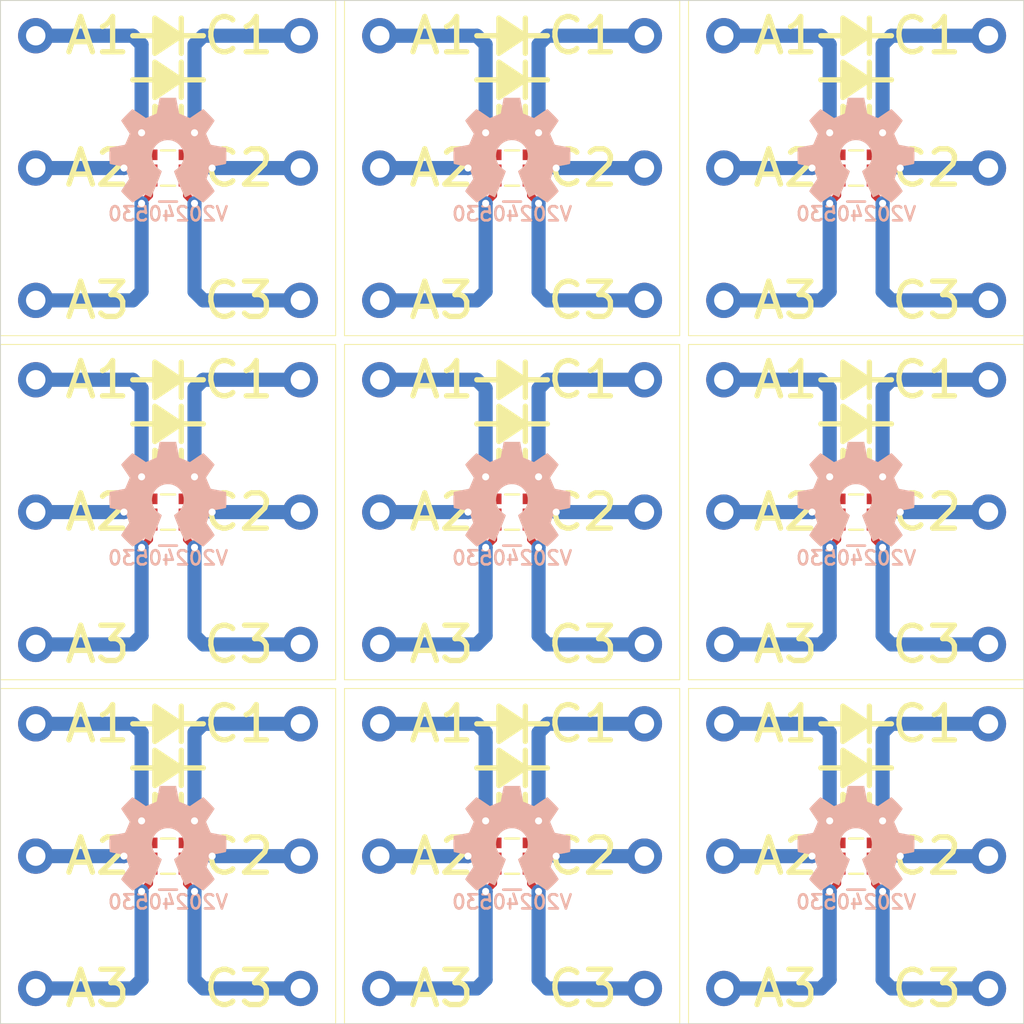
<source format=kicad_pcb>
(kicad_pcb (version 20221018) (generator pcbnew)
  (layers (0 "F.Cu" mixed) (31 "B.Cu" mixed) (34 "B.Paste" user) (35 "F.Paste" user) (36 "B.SilkS" user "B.Silkscreen") (37 "F.SilkS" user "F.Silkscreen") (38 "B.Mask" user) (39 "F.Mask" user) (44 "Edge.Cuts" user))
  (net 0 "")
  (net 1 "Net-(D1-A1)")
  (net 2 "Net-(D1-A2)")
  (net 3 "Net-(D1-A3)")
  (net 4 "Net-(D1-C3)")
  (net 5 "Net-(D1-C2)")
  (net 6 "Net-(D1-C1)")
  (footprint "mill-max:PC_pin_nail_head_6092" (layer "F.Cu") (at 52 133)
    (fp_text reference "J1")
    (fp_text value "A1")
  )
  (footprint "mill-max:PC_pin_nail_head_6092" (layer "F.Cu") (at 52 140.5)
    (fp_text reference "J2")
    (fp_text value "A2")
  )
  (footprint "mill-max:PC_pin_nail_head_6092" (layer "F.Cu") (at 52 148)
    (fp_text reference "J3")
    (fp_text value "A3")
  )
  (footprint "mill-max:PC_pin_nail_head_6092" (layer "F.Cu") (at 67 140.5)
    (fp_text reference "J5")
    (fp_text value "C2")
  )
  (footprint "mill-max:PC_pin_nail_head_6092" (layer "F.Cu") (at 67 133)
    (fp_text reference "J6")
    (fp_text value "C1")
  )
  (footprint "mill-max:PC_pin_nail_head_6092" (layer "F.Cu") (at 67 148)
    (fp_text reference "J4")
    (fp_text value "C3")
  )
  (footprint "SquantorIC:SOT363-NXP-hand" (layer "F.Cu") (at 79 101.5)
    (fp_text reference "D1" hide)
    (fp_text value "~" hide)
  )
  (footprint "SquantorIC:SOT363-NXP-hand" (layer "F.Cu") (at 98.5 101.5)
    (fp_text reference "D1" hide)
    (fp_text value "~" hide)
  )
  (footprint "mill-max:PC_pin_nail_head_6092" (layer "F.Cu") (at 86.5 133)
    (fp_text reference "J6")
    (fp_text value "C1")
  )
  (footprint "mill-max:PC_pin_nail_head_6092" (layer "F.Cu") (at 86.5 148)
    (fp_text reference "J4")
    (fp_text value "C3")
  )
  (footprint "mill-max:PC_pin_nail_head_6092" (layer "F.Cu") (at 91 121)
    (fp_text reference "J2")
    (fp_text value "A2")
  )
  (footprint "mill-max:PC_pin_nail_head_6092" (layer "F.Cu") (at 71.5 128.5)
    (fp_text reference "J3")
    (fp_text value "A3")
  )
  (footprint "SquantorIC:SOT363-NXP-hand" (layer "F.Cu") (at 59.5 140.5)
    (fp_text reference "D1" hide)
    (fp_text value "~" hide)
  )
  (footprint "mill-max:PC_pin_nail_head_6092" (layer "F.Cu") (at 71.5 121)
    (fp_text reference "J2")
    (fp_text value "A2")
  )
  (footprint "mill-max:PC_pin_nail_head_6092" (layer "F.Cu") (at 91 113.5)
    (fp_text reference "J1")
    (fp_text value "A1")
  )
  (footprint "mill-max:PC_pin_nail_head_6092" (layer "F.Cu") (at 106 133)
    (fp_text reference "J6")
    (fp_text value "C1")
  )
  (footprint "mill-max:PC_pin_nail_head_6092" (layer "F.Cu") (at 52 94)
    (fp_text reference "J1")
    (fp_text value "A1")
  )
  (footprint "mill-max:PC_pin_nail_head_6092" (layer "F.Cu") (at 106 109)
    (fp_text reference "J4")
    (fp_text value "C3")
  )
  (footprint "mill-max:PC_pin_nail_head_6092" (layer "F.Cu") (at 91 148)
    (fp_text reference "J3")
    (fp_text value "A3")
  )
  (footprint "mill-max:PC_pin_nail_head_6092" (layer "F.Cu") (at 67 121)
    (fp_text reference "J5")
    (fp_text value "C2")
  )
  (footprint "mill-max:PC_pin_nail_head_6092" (layer "F.Cu") (at 86.5 101.5)
    (fp_text reference "J5")
    (fp_text value "C2")
  )
  (footprint "mill-max:PC_pin_nail_head_6092" (layer "F.Cu") (at 52 128.5)
    (fp_text reference "J3")
    (fp_text value "A3")
  )
  (footprint "mill-max:PC_pin_nail_head_6092" (layer "F.Cu") (at 67 101.5)
    (fp_text reference "J5")
    (fp_text value "C2")
  )
  (footprint "SquantorIC:SOT363-NXP-hand" (layer "F.Cu") (at 79 121)
    (fp_text reference "D1" hide)
    (fp_text value "~" hide)
  )
  (footprint "mill-max:PC_pin_nail_head_6092" (layer "F.Cu") (at 106 121)
    (fp_text reference "J5")
    (fp_text value "C2")
  )
  (footprint "mill-max:PC_pin_nail_head_6092" (layer "F.Cu") (at 67 113.5)
    (fp_text reference "J6")
    (fp_text value "C1")
  )
  (footprint "mill-max:PC_pin_nail_head_6092" (layer "F.Cu") (at 71.5 94)
    (fp_text reference "J1")
    (fp_text value "A1")
  )
  (footprint "mill-max:PC_pin_nail_head_6092" (layer "F.Cu") (at 67 94)
    (fp_text reference "J6")
    (fp_text value "C1")
  )
  (footprint "mill-max:PC_pin_nail_head_6092" (layer "F.Cu") (at 52 101.5)
    (fp_text reference "J2")
    (fp_text value "A2")
  )
  (footprint "mill-max:PC_pin_nail_head_6092" (layer "F.Cu") (at 71.5 101.5)
    (fp_text reference "J2")
    (fp_text value "A2")
  )
  (footprint "mill-max:PC_pin_nail_head_6092" (layer "F.Cu") (at 86.5 121)
    (fp_text reference "J5")
    (fp_text value "C2")
  )
  (footprint "mill-max:PC_pin_nail_head_6092" (layer "F.Cu") (at 71.5 140.5)
    (fp_text reference "J2")
    (fp_text value "A2")
  )
  (footprint "mill-max:PC_pin_nail_head_6092" (layer "F.Cu") (at 52 113.5)
    (fp_text reference "J1")
    (fp_text value "A1")
  )
  (footprint "mill-max:PC_pin_nail_head_6092" (layer "F.Cu") (at 106 113.5)
    (fp_text reference "J6")
    (fp_text value "C1")
  )
  (footprint "mill-max:PC_pin_nail_head_6092" (layer "F.Cu") (at 91 101.5)
    (fp_text reference "J2")
    (fp_text value "A2")
  )
  (footprint "mill-max:PC_pin_nail_head_6092" (layer "F.Cu") (at 106 140.5)
    (fp_text reference "J5")
    (fp_text value "C2")
  )
  (footprint "mill-max:PC_pin_nail_head_6092" (layer "F.Cu") (at 106 101.5)
    (fp_text reference "J5")
    (fp_text value "C2")
  )
  (footprint "mill-max:PC_pin_nail_head_6092" (layer "F.Cu") (at 52 121)
    (fp_text reference "J2")
    (fp_text value "A2")
  )
  (footprint "mill-max:PC_pin_nail_head_6092" (layer "F.Cu") (at 91 133)
    (fp_text reference "J1")
    (fp_text value "A1")
  )
  (footprint "mill-max:PC_pin_nail_head_6092" (layer "F.Cu") (at 67 109)
    (fp_text reference "J4")
    (fp_text value "C3")
  )
  (footprint "mill-max:PC_pin_nail_head_6092" (layer "F.Cu") (at 71.5 133)
    (fp_text reference "J1")
    (fp_text value "A1")
  )
  (footprint "mill-max:PC_pin_nail_head_6092" (layer "F.Cu") (at 86.5 113.5)
    (fp_text reference "J6")
    (fp_text value "C1")
  )
  (footprint "SquantorIC:SOT363-NXP-hand" (layer "F.Cu") (at 59.5 121)
    (fp_text reference "D1" hide)
    (fp_text value "~" hide)
  )
  (footprint "mill-max:PC_pin_nail_head_6092" (layer "F.Cu") (at 71.5 109)
    (fp_text reference "J3")
    (fp_text value "A3")
  )
  (footprint "mill-max:PC_pin_nail_head_6092" (layer "F.Cu") (at 106 128.5)
    (fp_text reference "J4")
    (fp_text value "C3")
  )
  (footprint "mill-max:PC_pin_nail_head_6092" (layer "F.Cu") (at 106 94)
    (fp_text reference "J6")
    (fp_text value "C1")
  )
  (footprint "mill-max:PC_pin_nail_head_6092" (layer "F.Cu") (at 67 128.5)
    (fp_text reference "J4")
    (fp_text value "C3")
  )
  (footprint "mill-max:PC_pin_nail_head_6092" (layer "F.Cu") (at 106 148)
    (fp_text reference "J4")
    (fp_text value "C3")
  )
  (footprint "mill-max:PC_pin_nail_head_6092" (layer "F.Cu") (at 91 140.5)
    (fp_text reference "J2")
    (fp_text value "A2")
  )
  (footprint "mill-max:PC_pin_nail_head_6092" (layer "F.Cu") (at 91 109)
    (fp_text reference "J3")
    (fp_text value "A3")
  )
  (footprint "SquantorIC:SOT363-NXP-hand" (layer "F.Cu") (at 59.5 101.5)
    (fp_text reference "D1" hide)
    (fp_text value "~" hide)
  )
  (footprint "mill-max:PC_pin_nail_head_6092" (layer "F.Cu") (at 71.5 148)
    (fp_text reference "J3")
    (fp_text value "A3")
  )
  (footprint "SquantorIC:SOT363-NXP-hand" (layer "F.Cu") (at 79 140.5)
    (fp_text reference "D1" hide)
    (fp_text value "~" hide)
  )
  (footprint "mill-max:PC_pin_nail_head_6092" (layer "F.Cu") (at 71.5 113.5)
    (fp_text reference "J1")
    (fp_text value "A1")
  )
  (footprint "mill-max:PC_pin_nail_head_6092" (layer "F.Cu") (at 86.5 94)
    (fp_text reference "J6")
    (fp_text value "C1")
  )
  (footprint "mill-max:PC_pin_nail_head_6092" (layer "F.Cu") (at 86.5 109)
    (fp_text reference "J4")
    (fp_text value "C3")
  )
  (footprint "mill-max:PC_pin_nail_head_6092" (layer "F.Cu") (at 86.5 128.5)
    (fp_text reference "J4")
    (fp_text value "C3")
  )
  (footprint "mill-max:PC_pin_nail_head_6092" (layer "F.Cu") (at 52 109)
    (fp_text reference "J3")
    (fp_text value "A3")
  )
  (footprint "mill-max:PC_pin_nail_head_6092" (layer "F.Cu") (at 91 128.5)
    (fp_text reference "J3")
    (fp_text value "A3")
  )
  (footprint "mill-max:PC_pin_nail_head_6092" (layer "F.Cu") (at 91 94)
    (fp_text reference "J1")
    (fp_text value "A1")
  )
  (footprint "mill-max:PC_pin_nail_head_6092" (layer "F.Cu") (at 86.5 140.5)
    (fp_text reference "J5")
    (fp_text value "C2")
  )
  (footprint "SquantorIC:SOT363-NXP-hand" (layer "F.Cu") (at 98.5 140.5)
    (fp_text reference "D1" hide)
    (fp_text value "~" hide)
  )
  (footprint "SquantorIC:SOT363-NXP-hand" (layer "F.Cu") (at 98.5 121)
    (fp_text reference "D1" hide)
    (fp_text value "~" hide)
  )
  (footprint "Symbol:OSHW-Symbol_6.7x6mm_SilkScreen" (layer "B.Cu") (at 59.5 139.5 180)
    (fp_text reference "N2" hide)
    (fp_text value "OHWLOGO" hide)
  )
  (footprint "SquantorLabels:Label_Generic" (layer "B.Cu") (at 59.5 143)
    (fp_text reference "N1" hide)
    (fp_text value "V20240530")
  )
  (footprint "Symbol:OSHW-Symbol_6.7x6mm_SilkScreen" (layer "B.Cu") (at 98.5 100.5 180)
    (fp_text reference "N2" hide)
    (fp_text value "OHWLOGO" hide)
  )
  (footprint "Symbol:OSHW-Symbol_6.7x6mm_SilkScreen" (layer "B.Cu") (at 59.5 100.5 180)
    (fp_text reference "N2" hide)
    (fp_text value "OHWLOGO" hide)
  )
  (footprint "Symbol:OSHW-Symbol_6.7x6mm_SilkScreen" (layer "B.Cu") (at 98.5 120 180)
    (fp_text reference "N2" hide)
    (fp_text value "OHWLOGO" hide)
  )
  (footprint "SquantorLabels:Label_Generic" (layer "B.Cu") (at 59.5 123.5)
    (fp_text reference "N1" hide)
    (fp_text value "V20240530")
  )
  (footprint "Symbol:OSHW-Symbol_6.7x6mm_SilkScreen" (layer "B.Cu") (at 59.5 120 180)
    (fp_text reference "N2" hide)
    (fp_text value "OHWLOGO" hide)
  )
  (footprint "SquantorLabels:Label_Generic" (layer "B.Cu") (at 79 123.5)
    (fp_text reference "N1" hide)
    (fp_text value "V20240530")
  )
  (footprint "SquantorLabels:Label_Generic" (layer "B.Cu") (at 98.5 123.5)
    (fp_text reference "N1" hide)
    (fp_text value "V20240530")
  )
  (footprint "Symbol:OSHW-Symbol_6.7x6mm_SilkScreen" (layer "B.Cu") (at 79 120 180)
    (fp_text reference "N2" hide)
    (fp_text value "OHWLOGO" hide)
  )
  (footprint "SquantorLabels:Label_Generic" (layer "B.Cu") (at 59.5 104)
    (fp_text reference "N1" hide)
    (fp_text value "V20240530")
  )
  (footprint "Symbol:OSHW-Symbol_6.7x6mm_SilkScreen" (layer "B.Cu") (at 79 100.5 180)
    (fp_text reference "N2" hide)
    (fp_text value "OHWLOGO" hide)
  )
  (footprint "Symbol:OSHW-Symbol_6.7x6mm_SilkScreen" (layer "B.Cu") (at 98.5 139.5 180)
    (fp_text reference "N2" hide)
    (fp_text value "OHWLOGO" hide)
  )
  (footprint "SquantorLabels:Label_Generic" (layer "B.Cu") (at 79 104)
    (fp_text reference "N1" hide)
    (fp_text value "V20240530")
  )
  (footprint "SquantorLabels:Label_Generic" (layer "B.Cu") (at 98.5 104)
    (fp_text reference "N1" hide)
    (fp_text value "V20240530")
  )
  (footprint "SquantorLabels:Label_Generic" (layer "B.Cu") (at 98.5 143)
    (fp_text reference "N1" hide)
    (fp_text value "V20240530")
  )
  (footprint "SquantorLabels:Label_Generic" (layer "B.Cu") (at 79 143)
    (fp_text reference "N1" hide)
    (fp_text value "V20240530")
  )
  (footprint "Symbol:OSHW-Symbol_6.7x6mm_SilkScreen" (layer "B.Cu") (at 79 139.5 180)
    (fp_text reference "N2" hide)
    (fp_text value "OHWLOGO" hide)
  )
  (gr_line (start 50 150) (end 69 150) (stroke (width 0.05)) (layer "F.SilkS"))
  (gr_line (start 69 131) (end 69 150) (stroke (width 0.05)) (layer "F.SilkS"))
  (gr_line (start 69 131) (end 50 131) (stroke (width 0.05)) (layer "F.SilkS"))
  (gr_line (start 88.5 111.5) (end 88.5 130.5) (stroke (width 0.05)) (layer "F.SilkS"))
  (gr_poly (pts (xy 79.75 113.5) (xy 78.25 112.5) (xy 78.25 114.5)) (stroke (width 0.3)) (fill solid) (layer "F.SilkS"))
  (gr_poly (pts (xy 79.75 94) (xy 78.25 93) (xy 78.25 95)) (stroke (width 0.3)) (fill solid) (layer "F.SilkS"))
  (gr_poly (pts (xy 99.25 138) (xy 97.75 137) (xy 97.75 139)) (stroke (width 0.3)) (fill solid) (layer "F.SilkS"))
  (gr_line (start 79.75 137) (end 79.75 139) (stroke (width 0.3)) (layer "F.SilkS"))
  (gr_poly (pts (xy 99.25 118.5) (xy 97.75 117.5) (xy 97.75 119.5)) (stroke (width 0.3)) (fill solid) (layer "F.SilkS"))
  (gr_line (start 99.25 98) (end 99.25 100) (stroke (width 0.3)) (layer "F.SilkS"))
  (gr_line (start 77 113.5) (end 81 113.5) (stroke (width 0.3)) (layer "F.SilkS"))
  (gr_line (start 96.5 113.5) (end 100.5 113.5) (stroke (width 0.3)) (layer "F.SilkS"))
  (gr_poly (pts (xy 79.75 118.5) (xy 78.25 117.5) (xy 78.25 119.5)) (stroke (width 0.3)) (fill solid) (layer "F.SilkS"))
  (gr_line (start 79.75 93) (end 79.75 95) (stroke (width 0.3)) (layer "F.SilkS"))
  (gr_line (start 57.5 99) (end 61.5 99) (stroke (width 0.3)) (layer "F.SilkS"))
  (gr_line (start 89 130.5) (end 108 130.5) (stroke (width 0.05)) (layer "F.SilkS"))
  (gr_line (start 69.5 111) (end 88.5 111) (stroke (width 0.05)) (layer "F.SilkS"))
  (gr_line (start 79.75 117.5) (end 79.75 119.5) (stroke (width 0.3)) (layer "F.SilkS"))
  (gr_poly (pts (xy 79.75 96.5) (xy 78.25 95.5) (xy 78.25 97.5)) (stroke (width 0.3)) (fill solid) (layer "F.SilkS"))
  (gr_line (start 99.25 95.5) (end 99.25 97.5) (stroke (width 0.3)) (layer "F.SilkS"))
  (gr_line (start 89 150) (end 89 131) (stroke (width 0.05)) (layer "F.SilkS"))
  (gr_line (start 99.25 132) (end 99.25 134) (stroke (width 0.3)) (layer "F.SilkS"))
  (gr_line (start 89 111) (end 89 92) (stroke (width 0.05)) (layer "F.SilkS"))
  (gr_line (start 60.25 115) (end 60.25 117) (stroke (width 0.3)) (layer "F.SilkS"))
  (gr_poly (pts (xy 60.25 113.5) (xy 58.75 112.5) (xy 58.75 114.5)) (stroke (width 0.3)) (fill solid) (layer "F.SilkS"))
  (gr_line (start 57.5 94) (end 61.5 94) (stroke (width 0.3)) (layer "F.SilkS"))
  (gr_line (start 79.75 112.5) (end 79.75 114.5) (stroke (width 0.3)) (layer "F.SilkS"))
  (gr_line (start 60.25 93) (end 60.25 95) (stroke (width 0.3)) (layer "F.SilkS"))
  (gr_poly (pts (xy 79.75 99) (xy 78.25 98) (xy 78.25 100)) (stroke (width 0.3)) (fill solid) (layer "F.SilkS"))
  (gr_poly (pts (xy 60.25 99) (xy 58.75 98) (xy 58.75 100)) (stroke (width 0.3)) (fill solid) (layer "F.SilkS"))
  (gr_line (start 96.5 116) (end 100.5 116) (stroke (width 0.3)) (layer "F.SilkS"))
  (gr_line (start 88.5 92) (end 69.5 92) (stroke (width 0.05)) (layer "F.SilkS"))
  (gr_poly (pts (xy 60.25 94) (xy 58.75 93) (xy 58.75 95)) (stroke (width 0.3)) (fill solid) (layer "F.SilkS"))
  (gr_line (start 79.75 95.5) (end 79.75 97.5) (stroke (width 0.3)) (layer "F.SilkS"))
  (gr_line (start 69.5 150) (end 88.5 150) (stroke (width 0.05)) (layer "F.SilkS"))
  (gr_line (start 108 92) (end 108 111) (stroke (width 0.05)) (layer "F.SilkS"))
  (gr_line (start 69.5 130.5) (end 88.5 130.5) (stroke (width 0.05)) (layer "F.SilkS"))
  (gr_line (start 99.25 137) (end 99.25 139) (stroke (width 0.3)) (layer "F.SilkS"))
  (gr_line (start 108 111.5) (end 89 111.5) (stroke (width 0.05)) (layer "F.SilkS"))
  (gr_line (start 60.25 137) (end 60.25 139) (stroke (width 0.3)) (layer "F.SilkS"))
  (gr_poly (pts (xy 99.25 94) (xy 97.75 93) (xy 97.75 95)) (stroke (width 0.3)) (fill solid) (layer "F.SilkS"))
  (gr_line (start 96.5 99) (end 100.5 99) (stroke (width 0.3)) (layer "F.SilkS"))
  (gr_line (start 96.5 138) (end 100.5 138) (stroke (width 0.3)) (layer "F.SilkS"))
  (gr_line (start 50 150) (end 50 131) (stroke (width 0.05)) (layer "F.SilkS"))
  (gr_line (start 69.5 111) (end 69.5 92) (stroke (width 0.05)) (layer "F.SilkS"))
  (gr_line (start 96.5 96.5) (end 100.5 96.5) (stroke (width 0.3)) (layer "F.SilkS"))
  (gr_poly (pts (xy 79.75 116) (xy 78.25 115) (xy 78.25 117)) (stroke (width 0.3)) (fill solid) (layer "F.SilkS"))
  (gr_line (start 96.5 135.5) (end 100.5 135.5) (stroke (width 0.3)) (layer "F.SilkS"))
  (gr_line (start 50 130.5) (end 50 111.5) (stroke (width 0.05)) (layer "F.SilkS"))
  (gr_line (start 89 130.5) (end 89 111.5) (stroke (width 0.05)) (layer "F.SilkS"))
  (gr_line (start 50 111) (end 50 92) (stroke (width 0.05)) (layer "F.SilkS"))
  (gr_line (start 69 111.5) (end 50 111.5) (stroke (width 0.05)) (layer "F.SilkS"))
  (gr_line (start 79.75 115) (end 79.75 117) (stroke (width 0.3)) (layer "F.SilkS"))
  (gr_line (start 57.5 96.5) (end 61.5 96.5) (stroke (width 0.3)) (layer "F.SilkS"))
  (gr_line (start 77 133) (end 81 133) (stroke (width 0.3)) (layer "F.SilkS"))
  (gr_line (start 57.5 118.5) (end 61.5 118.5) (stroke (width 0.3)) (layer "F.SilkS"))
  (gr_line (start 57.5 133) (end 61.5 133) (stroke (width 0.3)) (layer "F.SilkS"))
  (gr_poly (pts (xy 99.25 135.5) (xy 97.75 134.5) (xy 97.75 136.5)) (stroke (width 0.3)) (fill solid) (layer "F.SilkS"))
  (gr_line (start 69.5 130.5) (end 69.5 111.5) (stroke (width 0.05)) (layer "F.SilkS"))
  (gr_poly (pts (xy 79.75 133) (xy 78.25 132) (xy 78.25 134)) (stroke (width 0.3)) (fill solid) (layer "F.SilkS"))
  (gr_line (start 99.25 117.5) (end 99.25 119.5) (stroke (width 0.3)) (layer "F.SilkS"))
  (gr_poly (pts (xy 79.75 138) (xy 78.25 137) (xy 78.25 139)) (stroke (width 0.3)) (fill solid) (layer "F.SilkS"))
  (gr_poly (pts (xy 99.25 113.5) (xy 97.75 112.5) (xy 97.75 114.5)) (stroke (width 0.3)) (fill solid) (layer "F.SilkS"))
  (gr_line (start 79.75 98) (end 79.75 100) (stroke (width 0.3)) (layer "F.SilkS"))
  (gr_poly (pts (xy 99.25 133) (xy 97.75 132) (xy 97.75 134)) (stroke (width 0.3)) (fill solid) (layer "F.SilkS"))
  (gr_line (start 96.5 118.5) (end 100.5 118.5) (stroke (width 0.3)) (layer "F.SilkS"))
  (gr_line (start 88.5 131) (end 69.5 131) (stroke (width 0.05)) (layer "F.SilkS"))
  (gr_line (start 89 150) (end 108 150) (stroke (width 0.05)) (layer "F.SilkS"))
  (gr_line (start 57.5 113.5) (end 61.5 113.5) (stroke (width 0.3)) (layer "F.SilkS"))
  (gr_poly (pts (xy 60.25 116) (xy 58.75 115) (xy 58.75 117)) (stroke (width 0.3)) (fill solid) (layer "F.SilkS"))
  (gr_line (start 77 118.5) (end 81 118.5) (stroke (width 0.3)) (layer "F.SilkS"))
  (gr_line (start 77 116) (end 81 116) (stroke (width 0.3)) (layer "F.SilkS"))
  (gr_poly (pts (xy 99.25 96.5) (xy 97.75 95.5) (xy 97.75 97.5)) (stroke (width 0.3)) (fill solid) (layer "F.SilkS"))
  (gr_line (start 60.25 112.5) (end 60.25 114.5) (stroke (width 0.3)) (layer "F.SilkS"))
  (gr_line (start 69.5 150) (end 69.5 131) (stroke (width 0.05)) (layer "F.SilkS"))
  (gr_poly (pts (xy 60.25 138) (xy 58.75 137) (xy 58.75 139)) (stroke (width 0.3)) (fill solid) (layer "F.SilkS"))
  (gr_poly (pts (xy 79.75 135.5) (xy 78.25 134.5) (xy 78.25 136.5)) (stroke (width 0.3)) (fill solid) (layer "F.SilkS"))
  (gr_line (start 57.5 138) (end 61.5 138) (stroke (width 0.3)) (layer "F.SilkS"))
  (gr_line (start 108 131) (end 89 131) (stroke (width 0.05)) (layer "F.SilkS"))
  (gr_poly (pts (xy 99.25 116) (xy 97.75 115) (xy 97.75 117)) (stroke (width 0.3)) (fill solid) (layer "F.SilkS"))
  (gr_line (start 99.25 134.5) (end 99.25 136.5) (stroke (width 0.3)) (layer "F.SilkS"))
  (gr_line (start 60.25 117.5) (end 60.25 119.5) (stroke (width 0.3)) (layer "F.SilkS"))
  (gr_line (start 77 94) (end 81 94) (stroke (width 0.3)) (layer "F.SilkS"))
  (gr_poly (pts (xy 60.25 135.5) (xy 58.75 134.5) (xy 58.75 136.5)) (stroke (width 0.3)) (fill solid) (layer "F.SilkS"))
  (gr_poly (pts (xy 60.25 118.5) (xy 58.75 117.5) (xy 58.75 119.5)) (stroke (width 0.3)) (fill solid) (layer "F.SilkS"))
  (gr_line (start 108 131) (end 108 150) (stroke (width 0.05)) (layer "F.SilkS"))
  (gr_line (start 57.5 135.5) (end 61.5 135.5) (stroke (width 0.3)) (layer "F.SilkS"))
  (gr_line (start 60.25 132) (end 60.25 134) (stroke (width 0.3)) (layer "F.SilkS"))
  (gr_line (start 77 138) (end 81 138) (stroke (width 0.3)) (layer "F.SilkS"))
  (gr_poly (pts (xy 60.25 133) (xy 58.75 132) (xy 58.75 134)) (stroke (width 0.3)) (fill solid) (layer "F.SilkS"))
  (gr_line (start 88.5 92) (end 88.5 111) (stroke (width 0.05)) (layer "F.SilkS"))
  (gr_line (start 50 111) (end 69 111) (stroke (width 0.05)) (layer "F.SilkS"))
  (gr_line (start 79.75 134.5) (end 79.75 136.5) (stroke (width 0.3)) (layer "F.SilkS"))
  (gr_line (start 108 111.5) (end 108 130.5) (stroke (width 0.05)) (layer "F.SilkS"))
  (gr_line (start 60.25 95.5) (end 60.25 97.5) (stroke (width 0.3)) (layer "F.SilkS"))
  (gr_line (start 50 130.5) (end 69 130.5) (stroke (width 0.05)) (layer "F.SilkS"))
  (gr_line (start 79.75 132) (end 79.75 134) (stroke (width 0.3)) (layer "F.SilkS"))
  (gr_poly (pts (xy 99.25 99) (xy 97.75 98) (xy 97.75 100)) (stroke (width 0.3)) (fill solid) (layer "F.SilkS"))
  (gr_line (start 89 111) (end 108 111) (stroke (width 0.05)) (layer "F.SilkS"))
  (gr_line (start 60.25 98) (end 60.25 100) (stroke (width 0.3)) (layer "F.SilkS"))
  (gr_line (start 69 92) (end 69 111) (stroke (width 0.05)) (layer "F.SilkS"))
  (gr_line (start 108 92) (end 89 92) (stroke (width 0.05)) (layer "F.SilkS"))
  (gr_line (start 57.5 116) (end 61.5 116) (stroke (width 0.3)) (layer "F.SilkS"))
  (gr_line (start 60.25 134.5) (end 60.25 136.5) (stroke (width 0.3)) (layer "F.SilkS"))
  (gr_line (start 69 92) (end 50 92) (stroke (width 0.05)) (layer "F.SilkS"))
  (gr_line (start 77 99) (end 81 99) (stroke (width 0.3)) (layer "F.SilkS"))
  (gr_poly (pts (xy 60.25 96.5) (xy 58.75 95.5) (xy 58.75 97.5)) (stroke (width 0.3)) (fill solid) (layer "F.SilkS"))
  (gr_line (start 69 111.5) (end 69 130.5) (stroke (width 0.05)) (layer "F.SilkS"))
  (gr_line (start 99.25 115) (end 99.25 117) (stroke (width 0.3)) (layer "F.SilkS"))
  (gr_line (start 77 135.5) (end 81 135.5) (stroke (width 0.3)) (layer "F.SilkS"))
  (gr_line (start 88.5 131) (end 88.5 150) (stroke (width 0.05)) (layer "F.SilkS"))
  (gr_line (start 88.5 111.5) (end 69.5 111.5) (stroke (width 0.05)) (layer "F.SilkS"))
  (gr_line (start 77 96.5) (end 81 96.5) (stroke (width 0.3)) (layer "F.SilkS"))
  (gr_line (start 96.5 133) (end 100.5 133) (stroke (width 0.3)) (layer "F.SilkS"))
  (gr_line (start 99.25 93) (end 99.25 95) (stroke (width 0.3)) (layer "F.SilkS"))
  (gr_line (start 99.25 112.5) (end 99.25 114.5) (stroke (width 0.3)) (layer "F.SilkS"))
  (gr_line (start 96.5 94) (end 100.5 94) (stroke (width 0.3)) (layer "F.SilkS"))
  (gr_line (start 108 150) (end 50 150) (stroke (width 0.05)) (layer "Edge.Cuts"))
  (gr_line (start 50 92) (end 108 92) (stroke (width 0.05)) (layer "Edge.Cuts"))
  (gr_line (start 108 92) (end 108 150) (stroke (width 0.05)) (layer "Edge.Cuts"))
  (gr_line (start 50 150) (end 50 92) (stroke (width 0.05)) (layer "Edge.Cuts"))
  (segment (start 97.45 139.75) (end 97.45 138.95) (width 0.4) (layer "F.Cu") (net 1))
  (segment (start 77.95 99.95) (end 77.5 99.5) (width 0.4) (layer "F.Cu") (net 1))
  (segment (start 77.95 138.95) (end 77.5 138.5) (width 0.4) (layer "F.Cu") (net 1))
  (segment (start 58.45 99.95) (end 58 99.5) (width 0.4) (layer "F.Cu") (net 1))
  (segment (start 97.45 120.25) (end 97.45 119.45) (width 0.4) (layer "F.Cu") (net 1))
  (segment (start 77.95 120.25) (end 77.95 119.45) (width 0.4) (layer "F.Cu") (net 1))
  (segment (start 58.45 100.75) (end 58.45 99.95) (width 0.4) (layer "F.Cu") (net 1))
  (segment (start 77.95 139.75) (end 77.95 138.95) (width 0.4) (layer "F.Cu") (net 1))
  (segment (start 77.95 119.45) (end 77.5 119) (width 0.4) (layer "F.Cu") (net 1))
  (segment (start 58.45 120.25) (end 58.45 119.45) (width 0.4) (layer "F.Cu") (net 1))
  (segment (start 58.45 138.95) (end 58 138.5) (width 0.4) (layer "F.Cu") (net 1))
  (segment (start 97.45 119.45) (end 97 119) (width 0.4) (layer "F.Cu") (net 1))
  (segment (start 97.45 100.75) (end 97.45 99.95) (width 0.4) (layer "F.Cu") (net 1))
  (segment (start 97.45 99.95) (end 97 99.5) (width 0.4) (layer "F.Cu") (net 1))
  (segment (start 77.95 100.75) (end 77.95 99.95) (width 0.4) (layer "F.Cu") (net 1))
  (segment (start 58.45 139.75) (end 58.45 138.95) (width 0.4) (layer "F.Cu") (net 1))
  (segment (start 97.45 138.95) (end 97 138.5) (width 0.4) (layer "F.Cu") (net 1))
  (segment (start 58.45 119.45) (end 58 119) (width 0.4) (layer "F.Cu") (net 1))
  (via (at 58 138.5) (size 0.8) (drill 0.4) (layers "F.Cu" "B.Cu") (net 1))
  (via (at 97 138.5) (size 0.8) (drill 0.4) (layers "F.Cu" "B.Cu") (net 1))
  (via (at 77.5 138.5) (size 0.8) (drill 0.4) (layers "F.Cu" "B.Cu") (net 1))
  (via (at 58 99.5) (size 0.8) (drill 0.4) (layers "F.Cu" "B.Cu") (net 1))
  (via (at 77.5 99.5) (size 0.8) (drill 0.4) (layers "F.Cu" "B.Cu") (net 1))
  (via (at 77.5 119) (size 0.8) (drill 0.4) (layers "F.Cu" "B.Cu") (net 1))
  (via (at 97 99.5) (size 0.8) (drill 0.4) (layers "F.Cu" "B.Cu") (net 1))
  (via (at 97 119) (size 0.8) (drill 0.4) (layers "F.Cu" "B.Cu") (net 1))
  (via (at 58 119) (size 0.8) (drill 0.4) (layers "F.Cu" "B.Cu") (net 1))
  (segment (start 71.5 133) (end 77 133) (width 0.8) (layer "B.Cu") (net 1))
  (segment (start 77.5 133.5) (end 77.5 138.5) (width 0.8) (layer "B.Cu") (net 1))
  (segment (start 58 114) (end 58 119) (width 0.8) (layer "B.Cu") (net 1))
  (segment (start 52 94) (end 57.5 94) (width 0.8) (layer "B.Cu") (net 1))
  (segment (start 52 133) (end 57.5 133) (width 0.8) (layer "B.Cu") (net 1))
  (segment (start 71.5 113.5) (end 77 113.5) (width 0.8) (layer "B.Cu") (net 1))
  (segment (start 57.5 94) (end 58 94.5) (width 0.8) (layer "B.Cu") (net 1))
  (segment (start 91 94) (end 96.5 94) (width 0.8) (layer "B.Cu") (net 1))
  (segment (start 91 133) (end 96.5 133) (width 0.8) (layer "B.Cu") (net 1))
  (segment (start 58 94.5) (end 58 99.5) (width 0.8) (layer "B.Cu") (net 1))
  (segment (start 77.5 114) (end 77.5 119) (width 0.8) (layer "B.Cu") (net 1))
  (segment (start 96.5 113.5) (end 97 114) (width 0.8) (layer "B.Cu") (net 1))
  (segment (start 97 133.5) (end 97 138.5) (width 0.8) (layer "B.Cu") (net 1))
  (segment (start 96.5 94) (end 97 94.5) (width 0.8) (layer "B.Cu") (net 1))
  (segment (start 97 114) (end 97 119) (width 0.8) (layer "B.Cu") (net 1))
  (segment (start 97 94.5) (end 97 99.5) (width 0.8) (layer "B.Cu") (net 1))
  (segment (start 57.5 133) (end 58 133.5) (width 0.8) (layer "B.Cu") (net 1))
  (segment (start 77 113.5) (end 77.5 114) (width 0.8) (layer "B.Cu") (net 1))
  (segment (start 91 113.5) (end 96.5 113.5) (width 0.8) (layer "B.Cu") (net 1))
  (segment (start 77 94) (end 77.5 94.5) (width 0.8) (layer "B.Cu") (net 1))
  (segment (start 58 133.5) (end 58 138.5) (width 0.8) (layer "B.Cu") (net 1))
  (segment (start 71.5 94) (end 77 94) (width 0.8) (layer "B.Cu") (net 1))
  (segment (start 52 113.5) (end 57.5 113.5) (width 0.8) (layer "B.Cu") (net 1))
  (segment (start 96.5 133) (end 97 133.5) (width 0.8) (layer "B.Cu") (net 1))
  (segment (start 57.5 113.5) (end 58 114) (width 0.8) (layer "B.Cu") (net 1))
  (segment (start 77 133) (end 77.5 133.5) (width 0.8) (layer "B.Cu") (net 1))
  (segment (start 77.5 94.5) (end 77.5 99.5) (width 0.8) (layer "B.Cu") (net 1))
  (segment (start 58.45 121) (end 57 121) (width 0.4) (layer "F.Cu") (net 2))
  (segment (start 97.45 121) (end 96 121) (width 0.4) (layer "F.Cu") (net 2))
  (segment (start 58.45 101.5) (end 57 101.5) (width 0.4) (layer "F.Cu") (net 2))
  (segment (start 77.95 101.5) (end 76.5 101.5) (width 0.4) (layer "F.Cu") (net 2))
  (segment (start 58.45 140.5) (end 57 140.5) (width 0.4) (layer "F.Cu") (net 2))
  (segment (start 77.95 140.5) (end 76.5 140.5) (width 0.4) (layer "F.Cu") (net 2))
  (segment (start 97.45 140.5) (end 96 140.5) (width 0.4) (layer "F.Cu") (net 2))
  (segment (start 97.45 101.5) (end 96 101.5) (width 0.4) (layer "F.Cu") (net 2))
  (segment (start 77.95 121) (end 76.5 121) (width 0.4) (layer "F.Cu") (net 2))
  (via (at 76.5 101.5) (size 0.8) (drill 0.4) (layers "F.Cu" "B.Cu") (net 2))
  (via (at 57 101.5) (size 0.8) (drill 0.4) (layers "F.Cu" "B.Cu") (net 2))
  (via (at 76.5 140.5) (size 0.8) (drill 0.4) (layers "F.Cu" "B.Cu") (net 2))
  (via (at 76.5 121) (size 0.8) (drill 0.4) (layers "F.Cu" "B.Cu") (net 2))
  (via (at 96 140.5) (size 0.8) (drill 0.4) (layers "F.Cu" "B.Cu") (net 2))
  (via (at 96 121) (size 0.8) (drill 0.4) (layers "F.Cu" "B.Cu") (net 2))
  (via (at 57 140.5) (size 0.8) (drill 0.4) (layers "F.Cu" "B.Cu") (net 2))
  (via (at 96 101.5) (size 0.8) (drill 0.4) (layers "F.Cu" "B.Cu") (net 2))
  (via (at 57 121) (size 0.8) (drill 0.4) (layers "F.Cu" "B.Cu") (net 2))
  (segment (start 91 101.5) (end 96 101.5) (width 0.8) (layer "B.Cu") (net 2))
  (segment (start 52 140.5) (end 57 140.5) (width 0.8) (layer "B.Cu") (net 2))
  (segment (start 71.5 121) (end 76.5 121) (width 0.8) (layer "B.Cu") (net 2))
  (segment (start 71.5 101.5) (end 76.5 101.5) (width 0.8) (layer "B.Cu") (net 2))
  (segment (start 91 140.5) (end 96 140.5) (width 0.8) (layer "B.Cu") (net 2))
  (segment (start 52 121) (end 57 121) (width 0.8) (layer "B.Cu") (net 2))
  (segment (start 71.5 140.5) (end 76.5 140.5) (width 0.8) (layer "B.Cu") (net 2))
  (segment (start 52 101.5) (end 57 101.5) (width 0.8) (layer "B.Cu") (net 2))
  (segment (start 91 121) (end 96 121) (width 0.8) (layer "B.Cu") (net 2))
  (segment (start 58.45 102.25) (end 58.45 103.05) (width 0.4) (layer "F.Cu") (net 3))
  (segment (start 58.45 142.05) (end 58 142.5) (width 0.4) (layer "F.Cu") (net 3))
  (segment (start 97.45 121.75) (end 97.45 122.55) (width 0.4) (layer "F.Cu") (net 3))
  (segment (start 58.45 122.55) (end 58 123) (width 0.4) (layer "F.Cu") (net 3))
  (segment (start 97.45 103.05) (end 97 103.5) (width 0.4) (layer "F.Cu") (net 3))
  (segment (start 77.95 103.05) (end 77.5 103.5) (width 0.4) (layer "F.Cu") (net 3))
  (segment (start 77.95 141.25) (end 77.95 142.05) (width 0.4) (layer "F.Cu") (net 3))
  (segment (start 97.45 142.05) (end 97 142.5) (width 0.4) (layer "F.Cu") (net 3))
  (segment (start 77.95 121.75) (end 77.95 122.55) (width 0.4) (layer "F.Cu") (net 3))
  (segment (start 58.45 141.25) (end 58.45 142.05) (width 0.4) (layer "F.Cu") (net 3))
  (segment (start 97.45 102.25) (end 97.45 103.05) (width 0.4) (layer "F.Cu") (net 3))
  (segment (start 77.95 142.05) (end 77.5 142.5) (width 0.4) (layer "F.Cu") (net 3))
  (segment (start 97.45 122.55) (end 97 123) (width 0.4) (layer "F.Cu") (net 3))
  (segment (start 77.95 102.25) (end 77.95 103.05) (width 0.4) (layer "F.Cu") (net 3))
  (segment (start 58.45 103.05) (end 58 103.5) (width 0.4) (layer "F.Cu") (net 3))
  (segment (start 58.45 121.75) (end 58.45 122.55) (width 0.4) (layer "F.Cu") (net 3))
  (segment (start 77.95 122.55) (end 77.5 123) (width 0.4) (layer "F.Cu") (net 3))
  (segment (start 97.45 141.25) (end 97.45 142.05) (width 0.4) (layer "F.Cu") (net 3))
  (via (at 97 103.5) (size 0.8) (drill 0.4) (layers "F.Cu" "B.Cu") (net 3))
  (via (at 97 123) (size 0.8) (drill 0.4) (layers "F.Cu" "B.Cu") (net 3))
  (via (at 77.5 103.5) (size 0.8) (drill 0.4) (layers "F.Cu" "B.Cu") (net 3))
  (via (at 77.5 123) (size 0.8) (drill 0.4) (layers "F.Cu" "B.Cu") (net 3))
  (via (at 77.5 142.5) (size 0.8) (drill 0.4) (layers "F.Cu" "B.Cu") (net 3))
  (via (at 58 123) (size 0.8) (drill 0.4) (layers "F.Cu" "B.Cu") (net 3))
  (via (at 58 142.5) (size 0.8) (drill 0.4) (layers "F.Cu" "B.Cu") (net 3))
  (via (at 97 142.5) (size 0.8) (drill 0.4) (layers "F.Cu" "B.Cu") (net 3))
  (via (at 58 103.5) (size 0.8) (drill 0.4) (layers "F.Cu" "B.Cu") (net 3))
  (segment (start 77 109) (end 77.5 108.5) (width 0.8) (layer "B.Cu") (net 3))
  (segment (start 77 128.5) (end 77.5 128) (width 0.8) (layer "B.Cu") (net 3))
  (segment (start 91 109) (end 96.5 109) (width 0.8) (layer "B.Cu") (net 3))
  (segment (start 52 148) (end 57.5 148) (width 0.8) (layer "B.Cu") (net 3))
  (segment (start 58 147.5) (end 58 142.5) (width 0.8) (layer "B.Cu") (net 3))
  (segment (start 91 128.5) (end 96.5 128.5) (width 0.8) (layer "B.Cu") (net 3))
  (segment (start 52 128.5) (end 57.5 128.5) (width 0.8) (layer "B.Cu") (net 3))
  (segment (start 97 128) (end 97 123) (width 0.8) (layer "B.Cu") (net 3))
  (segment (start 77.5 108.5) (end 77.5 103.5) (width 0.8) (layer "B.Cu") (net 3))
  (segment (start 52 109) (end 57.5 109) (width 0.8) (layer "B.Cu") (net 3))
  (segment (start 77.5 128) (end 77.5 123) (width 0.8) (layer "B.Cu") (net 3))
  (segment (start 97 147.5) (end 97 142.5) (width 0.8) (layer "B.Cu") (net 3))
  (segment (start 97 108.5) (end 97 103.5) (width 0.8) (layer "B.Cu") (net 3))
  (segment (start 77 148) (end 77.5 147.5) (width 0.8) (layer "B.Cu") (net 3))
  (segment (start 96.5 128.5) (end 97 128) (width 0.8) (layer "B.Cu") (net 3))
  (segment (start 71.5 128.5) (end 77 128.5) (width 0.8) (layer "B.Cu") (net 3))
  (segment (start 71.5 148) (end 77 148) (width 0.8) (layer "B.Cu") (net 3))
  (segment (start 77.5 147.5) (end 77.5 142.5) (width 0.8) (layer "B.Cu") (net 3))
  (segment (start 91 148) (end 96.5 148) (width 0.8) (layer "B.Cu") (net 3))
  (segment (start 96.5 109) (end 97 108.5) (width 0.8) (layer "B.Cu") (net 3))
  (segment (start 57.5 148) (end 58 147.5) (width 0.8) (layer "B.Cu") (net 3))
  (segment (start 57.5 109) (end 58 108.5) (width 0.8) (layer "B.Cu") (net 3))
  (segment (start 57.5 128.5) (end 58 128) (width 0.8) (layer "B.Cu") (net 3))
  (segment (start 71.5 109) (end 77 109) (width 0.8) (layer "B.Cu") (net 3))
  (segment (start 58 128) (end 58 123) (width 0.8) (layer "B.Cu") (net 3))
  (segment (start 96.5 148) (end 97 147.5) (width 0.8) (layer "B.Cu") (net 3))
  (segment (start 58 108.5) (end 58 103.5) (width 0.8) (layer "B.Cu") (net 3))
  (segment (start 99.55 141.25) (end 99.55 142.05) (width 0.4) (layer "F.Cu") (net 4))
  (segment (start 80.05 102.25) (end 80.05 103.05) (width 0.4) (layer "F.Cu") (net 4))
  (segment (start 80.05 121.75) (end 80.05 122.55) (width 0.4) (layer "F.Cu") (net 4))
  (segment (start 99.55 103.05) (end 100 103.5) (width 0.4) (layer "F.Cu") (net 4))
  (segment (start 80.05 122.55) (end 80.5 123) (width 0.4) (layer "F.Cu") (net 4))
  (segment (start 60.55 102.25) (end 60.55 103.05) (width 0.4) (layer "F.Cu") (net 4))
  (segment (start 80.05 141.25) (end 80.05 142.05) (width 0.4) (layer "F.Cu") (net 4))
  (segment (start 60.55 142.05) (end 61 142.5) (width 0.4) (layer "F.Cu") (net 4))
  (segment (start 99.55 102.25) (end 99.55 103.05) (width 0.4) (layer "F.Cu") (net 4))
  (segment (start 99.55 142.05) (end 100 142.5) (width 0.4) (layer "F.Cu") (net 4))
  (segment (start 80.05 103.05) (end 80.5 103.5) (width 0.4) (layer "F.Cu") (net 4))
  (segment (start 60.55 141.25) (end 60.55 142.05) (width 0.4) (layer "F.Cu") (net 4))
  (segment (start 60.55 122.55) (end 61 123) (width 0.4) (layer "F.Cu") (net 4))
  (segment (start 60.55 103.05) (end 61 103.5) (width 0.4) (layer "F.Cu") (net 4))
  (segment (start 99.55 122.55) (end 100 123) (width 0.4) (layer "F.Cu") (net 4))
  (segment (start 80.05 142.05) (end 80.5 142.5) (width 0.4) (layer "F.Cu") (net 4))
  (segment (start 99.55 121.75) (end 99.55 122.55) (width 0.4) (layer "F.Cu") (net 4))
  (segment (start 60.55 121.75) (end 60.55 122.55) (width 0.4) (layer "F.Cu") (net 4))
  (via (at 61 142.5) (size 0.8) (drill 0.4) (layers "F.Cu" "B.Cu") (net 4))
  (via (at 100 142.5) (size 0.8) (drill 0.4) (layers "F.Cu" "B.Cu") (net 4))
  (via (at 80.5 103.5) (size 0.8) (drill 0.4) (layers "F.Cu" "B.Cu") (net 4))
  (via (at 100 123) (size 0.8) (drill 0.4) (layers "F.Cu" "B.Cu") (net 4))
  (via (at 61 103.5) (size 0.8) (drill 0.4) (layers "F.Cu" "B.Cu") (net 4))
  (via (at 80.5 142.5) (size 0.8) (drill 0.4) (layers "F.Cu" "B.Cu") (net 4))
  (via (at 100 103.5) (size 0.8) (drill 0.4) (layers "F.Cu" "B.Cu") (net 4))
  (via (at 80.5 123) (size 0.8) (drill 0.4) (layers "F.Cu" "B.Cu") (net 4))
  (via (at 61 123) (size 0.8) (drill 0.4) (layers "F.Cu" "B.Cu") (net 4))
  (segment (start 61.5 128.5) (end 61 128) (width 0.8) (layer "B.Cu") (net 4))
  (segment (start 61.5 109) (end 61 108.5) (width 0.8) (layer "B.Cu") (net 4))
  (segment (start 81 148) (end 80.5 147.5) (width 0.8) (layer "B.Cu") (net 4))
  (segment (start 100 147.5) (end 100 142.5) (width 0.8) (layer "B.Cu") (net 4))
  (segment (start 80.5 147.5) (end 80.5 142.5) (width 0.8) (layer "B.Cu") (net 4))
  (segment (start 61 128) (end 61 123) (width 0.8) (layer "B.Cu") (net 4))
  (segment (start 100 128) (end 100 123) (width 0.8) (layer "B.Cu") (net 4))
  (segment (start 86.5 148) (end 81 148) (width 0.8) (layer "B.Cu") (net 4))
  (segment (start 100.5 148) (end 100 147.5) (width 0.8) (layer "B.Cu") (net 4))
  (segment (start 86.5 109) (end 81 109) (width 0.8) (layer "B.Cu") (net 4))
  (segment (start 61 147.5) (end 61 142.5) (width 0.8) (layer "B.Cu") (net 4))
  (segment (start 61.5 148) (end 61 147.5) (width 0.8) (layer "B.Cu") (net 4))
  (segment (start 100 108.5) (end 100 103.5) (width 0.8) (layer "B.Cu") (net 4))
  (segment (start 67 148) (end 61.5 148) (width 0.8) (layer "B.Cu") (net 4))
  (segment (start 80.5 108.5) (end 80.5 103.5) (width 0.8) (layer "B.Cu") (net 4))
  (segment (start 67 128.5) (end 61.5 128.5) (width 0.8) (layer "B.Cu") (net 4))
  (segment (start 106 109) (end 100.5 109) (width 0.8) (layer "B.Cu") (net 4))
  (segment (start 81 128.5) (end 80.5 128) (width 0.8) (layer "B.Cu") (net 4))
  (segment (start 100.5 128.5) (end 100 128) (width 0.8) (layer "B.Cu") (net 4))
  (segment (start 106 128.5) (end 100.5 128.5) (width 0.8) (layer "B.Cu") (net 4))
  (segment (start 67 109) (end 61.5 109) (width 0.8) (layer "B.Cu") (net 4))
  (segment (start 100.5 109) (end 100 108.5) (width 0.8) (layer "B.Cu") (net 4))
  (segment (start 81 109) (end 80.5 108.5) (width 0.8) (layer "B.Cu") (net 4))
  (segment (start 61 108.5) (end 61 103.5) (width 0.8) (layer "B.Cu") (net 4))
  (segment (start 106 148) (end 100.5 148) (width 0.8) (layer "B.Cu") (net 4))
  (segment (start 80.5 128) (end 80.5 123) (width 0.8) (layer "B.Cu") (net 4))
  (segment (start 86.5 128.5) (end 81 128.5) (width 0.8) (layer "B.Cu") (net 4))
  (segment (start 99.55 121) (end 101 121) (width 0.4) (layer "F.Cu") (net 5))
  (segment (start 80.05 101.5) (end 81.5 101.5) (width 0.4) (layer "F.Cu") (net 5))
  (segment (start 80.05 121) (end 81.5 121) (width 0.4) (layer "F.Cu") (net 5))
  (segment (start 99.55 140.5) (end 101 140.5) (width 0.4) (layer "F.Cu") (net 5))
  (segment (start 60.55 121) (end 62 121) (width 0.4) (layer "F.Cu") (net 5))
  (segment (start 60.55 101.5) (end 62 101.5) (width 0.4) (layer "F.Cu") (net 5))
  (segment (start 80.05 140.5) (end 81.5 140.5) (width 0.4) (layer "F.Cu") (net 5))
  (segment (start 99.55 101.5) (end 101 101.5) (width 0.4) (layer "F.Cu") (net 5))
  (segment (start 60.55 140.5) (end 62 140.5) (width 0.4) (layer "F.Cu") (net 5))
  (via (at 81.5 140.5) (size 0.8) (drill 0.4) (layers "F.Cu" "B.Cu") (net 5))
  (via (at 81.5 101.5) (size 0.8) (drill 0.4) (layers "F.Cu" "B.Cu") (net 5))
  (via (at 101 101.5) (size 0.8) (drill 0.4) (layers "F.Cu" "B.Cu") (net 5))
  (via (at 62 121) (size 0.8) (drill 0.4) (layers "F.Cu" "B.Cu") (net 5))
  (via (at 101 121) (size 0.8) (drill 0.4) (layers "F.Cu" "B.Cu") (net 5))
  (via (at 81.5 121) (size 0.8) (drill 0.4) (layers "F.Cu" "B.Cu") (net 5))
  (via (at 62 101.5) (size 0.8) (drill 0.4) (layers "F.Cu" "B.Cu") (net 5))
  (via (at 62 140.5) (size 0.8) (drill 0.4) (layers "F.Cu" "B.Cu") (net 5))
  (via (at 101 140.5) (size 0.8) (drill 0.4) (layers "F.Cu" "B.Cu") (net 5))
  (segment (start 67 140.5) (end 62 140.5) (width 0.8) (layer "B.Cu") (net 5))
  (segment (start 106 140.5) (end 101 140.5) (width 0.8) (layer "B.Cu") (net 5))
  (segment (start 106 101.5) (end 101 101.5) (width 0.8) (layer "B.Cu") (net 5))
  (segment (start 67 101.5) (end 62 101.5) (width 0.8) (layer "B.Cu") (net 5))
  (segment (start 86.5 101.5) (end 81.5 101.5) (width 0.8) (layer "B.Cu") (net 5))
  (segment (start 67 121) (end 62 121) (width 0.8) (layer "B.Cu") (net 5))
  (segment (start 86.5 121) (end 81.5 121) (width 0.8) (layer "B.Cu") (net 5))
  (segment (start 106 121) (end 101 121) (width 0.8) (layer "B.Cu") (net 5))
  (segment (start 86.5 140.5) (end 81.5 140.5) (width 0.8) (layer "B.Cu") (net 5))
  (segment (start 99.55 139.75) (end 99.55 138.95) (width 0.4) (layer "F.Cu") (net 6))
  (segment (start 99.55 119.45) (end 100 119) (width 0.4) (layer "F.Cu") (net 6))
  (segment (start 80.05 99.95) (end 80.5 99.5) (width 0.4) (layer "F.Cu") (net 6))
  (segment (start 80.05 119.45) (end 80.5 119) (width 0.4) (layer "F.Cu") (net 6))
  (segment (start 80.05 120.25) (end 80.05 119.45) (width 0.4) (layer "F.Cu") (net 6))
  (segment (start 60.55 139.75) (end 60.55 138.95) (width 0.4) (layer "F.Cu") (net 6))
  (segment (start 60.55 119.45) (end 61 119) (width 0.4) (layer "F.Cu") (net 6))
  (segment (start 60.55 138.95) (end 61 138.5) (width 0.4) (layer "F.Cu") (net 6))
  (segment (start 99.55 99.95) (end 100 99.5) (width 0.4) (layer "F.Cu") (net 6))
  (segment (start 99.55 120.25) (end 99.55 119.45) (width 0.4) (layer "F.Cu") (net 6))
  (segment (start 60.55 120.25) (end 60.55 119.45) (width 0.4) (layer "F.Cu") (net 6))
  (segment (start 80.05 100.75) (end 80.05 99.95) (width 0.4) (layer "F.Cu") (net 6))
  (segment (start 60.55 99.95) (end 61 99.5) (width 0.4) (layer "F.Cu") (net 6))
  (segment (start 80.05 139.75) (end 80.05 138.95) (width 0.4) (layer "F.Cu") (net 6))
  (segment (start 60.55 100.75) (end 60.55 99.95) (width 0.4) (layer "F.Cu") (net 6))
  (segment (start 80.05 138.95) (end 80.5 138.5) (width 0.4) (layer "F.Cu") (net 6))
  (segment (start 99.55 138.95) (end 100 138.5) (width 0.4) (layer "F.Cu") (net 6))
  (segment (start 99.55 100.75) (end 99.55 99.95) (width 0.4) (layer "F.Cu") (net 6))
  (via (at 80.5 119) (size 0.8) (drill 0.4) (layers "F.Cu" "B.Cu") (net 6))
  (via (at 100 119) (size 0.8) (drill 0.4) (layers "F.Cu" "B.Cu") (net 6))
  (via (at 100 138.5) (size 0.8) (drill 0.4) (layers "F.Cu" "B.Cu") (net 6))
  (via (at 100 99.5) (size 0.8) (drill 0.4) (layers "F.Cu" "B.Cu") (net 6))
  (via (at 61 99.5) (size 0.8) (drill 0.4) (layers "F.Cu" "B.Cu") (net 6))
  (via (at 61 119) (size 0.8) (drill 0.4) (layers "F.Cu" "B.Cu") (net 6))
  (via (at 61 138.5) (size 0.8) (drill 0.4) (layers "F.Cu" "B.Cu") (net 6))
  (via (at 80.5 138.5) (size 0.8) (drill 0.4) (layers "F.Cu" "B.Cu") (net 6))
  (via (at 80.5 99.5) (size 0.8) (drill 0.4) (layers "F.Cu" "B.Cu") (net 6))
  (segment (start 100 114) (end 100 119) (width 0.8) (layer "B.Cu") (net 6))
  (segment (start 81 113.5) (end 80.5 114) (width 0.8) (layer "B.Cu") (net 6))
  (segment (start 86.5 113.5) (end 81 113.5) (width 0.8) (layer "B.Cu") (net 6))
  (segment (start 61.5 113.5) (end 61 114) (width 0.8) (layer "B.Cu") (net 6))
  (segment (start 100.5 94) (end 100 94.5) (width 0.8) (layer "B.Cu") (net 6))
  (segment (start 100 94.5) (end 100 99.5) (width 0.8) (layer "B.Cu") (net 6))
  (segment (start 67 113.5) (end 61.5 113.5) (width 0.8) (layer "B.Cu") (net 6))
  (segment (start 80.5 94.5) (end 80.5 99.5) (width 0.8) (layer "B.Cu") (net 6))
  (segment (start 100 133.5) (end 100 138.5) (width 0.8) (layer "B.Cu") (net 6))
  (segment (start 81 94) (end 80.5 94.5) (width 0.8) (layer "B.Cu") (net 6))
  (segment (start 106 113.5) (end 100.5 113.5) (width 0.8) (layer "B.Cu") (net 6))
  (segment (start 61 114) (end 61 119) (width 0.8) (layer "B.Cu") (net 6))
  (segment (start 61 94.5) (end 61 99.5) (width 0.8) (layer "B.Cu") (net 6))
  (segment (start 61 133.5) (end 61 138.5) (width 0.8) (layer "B.Cu") (net 6))
  (segment (start 86.5 94) (end 81 94) (width 0.8) (layer "B.Cu") (net 6))
  (segment (start 67 94) (end 61.5 94) (width 0.8) (layer "B.Cu") (net 6))
  (segment (start 80.5 133.5) (end 80.5 138.5) (width 0.8) (layer "B.Cu") (net 6))
  (segment (start 61.5 94) (end 61 94.5) (width 0.8) (layer "B.Cu") (net 6))
  (segment (start 86.5 133) (end 81 133) (width 0.8) (layer "B.Cu") (net 6))
  (segment (start 106 94) (end 100.5 94) (width 0.8) (layer "B.Cu") (net 6))
  (segment (start 61.5 133) (end 61 133.5) (width 0.8) (layer "B.Cu") (net 6))
  (segment (start 100.5 113.5) (end 100 114) (width 0.8) (layer "B.Cu") (net 6))
  (segment (start 81 133) (end 80.5 133.5) (width 0.8) (layer "B.Cu") (net 6))
  (segment (start 106 133) (end 100.5 133) (width 0.8) (layer "B.Cu") (net 6))
  (segment (start 67 133) (end 61.5 133) (width 0.8) (layer "B.Cu") (net 6))
  (segment (start 80.5 114) (end 80.5 119) (width 0.8) (layer "B.Cu") (net 6))
  (segment (start 100.5 133) (end 100 133.5) (width 0.8) (layer "B.Cu") (net 6))
)
</source>
